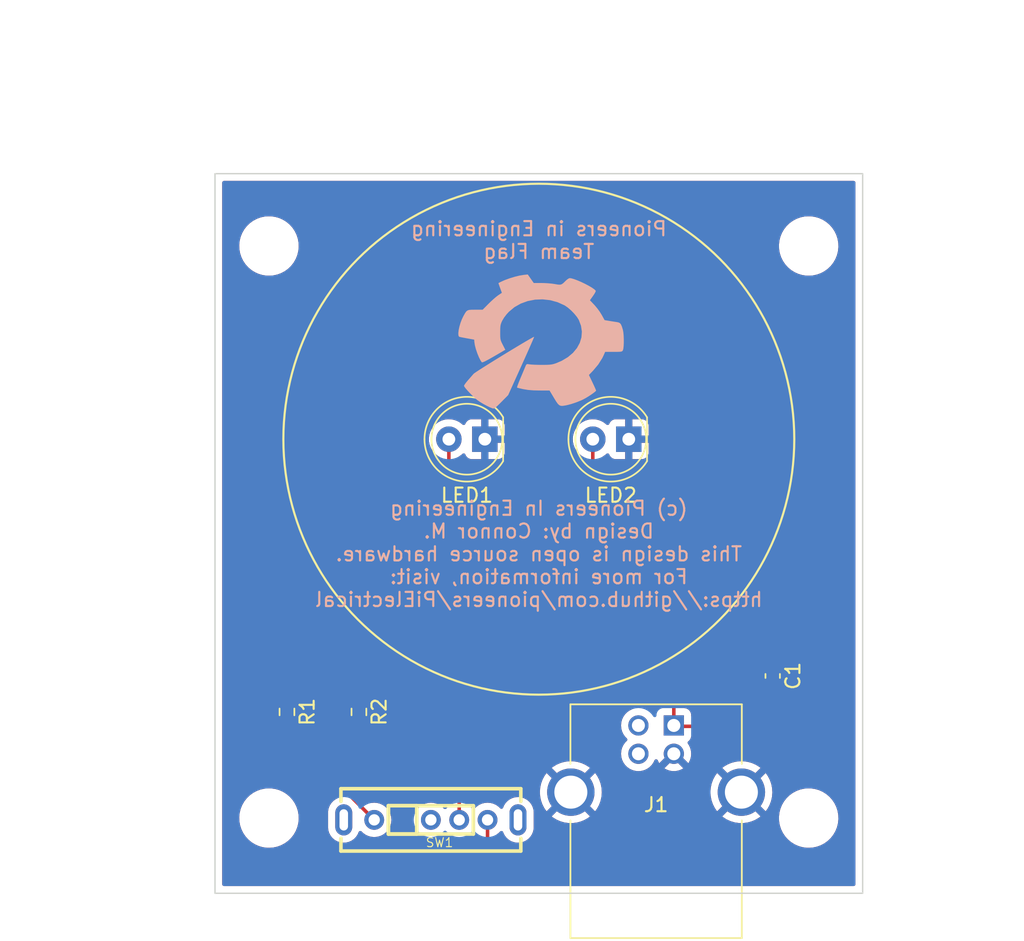
<source format=kicad_pcb>
(kicad_pcb (version 20211014) (generator pcbnew)
  (layers (0 "F.Cu" signal) (31 "B.Cu" signal) (34 "B.Paste" user) (35 "F.Paste" user) (36 "B.SilkS" user "B.Silkscreen") (37 "F.SilkS" user "F.Silkscreen") (38 "B.Mask" user) (39 "F.Mask" user) (44 "Edge.Cuts" user))
  (net 0 "")
  (net 1 "Net-(C1-Pad2)")
  (net 4 "Net-(LED1-Pad2)")
  (net 5 "Net-(LED2-Pad2)")
  (net 6 "Net-(R1-Pad2)")
  (net 7 "Net-(R2-Pad2)")
  (net 9 "GND")
  (footprint "Capacitor_SMD:C_0603_1608Metric" (layer "F.Cu") (at 179.07 116.84 -90)
    (fp_text reference "C1" (at 0 -1.43 90) (layer "F.SilkS"))
    (fp_text value ".1uF")
    (fp_line (start -0.14058 0.51) (end 0.14058 0.51) (layer "F.SilkS") (width 0.12))
    (fp_line (start -0.14058 -0.51) (end 0.14058 -0.51) (layer "F.SilkS") (width 0.12))
    (pad "1" smd roundrect (at -0.775 0 270) (size 0.9 0.95) (layers "F.Cu" "F.Paste" "F.Mask") (net 9 "GND"))
    (pad "2" smd roundrect (at 0.775 0 270) (size 0.9 0.95) (layers "F.Cu" "F.Paste" "F.Mask") (net 1 "Net-(C1-Pad2)"))
  )
  (footprint "PiE Footprints:screw_hole_.125" (layer "F.Cu") (at 181.61 86.487)
    (fp_text reference "REF**" hide)
    (fp_text value "screw_hole_.125" hide)
    (pad "" np_thru_hole circle (at 0 0) (size 3.175 3.175) (drill 3.175) (layers F&B.Cu *.Mask))
  )
  (footprint "LED_THT:LED_D5.0mm" (layer "F.Cu") (at 168.91 100.1268 180)
    (fp_text reference "LED2" (at 1.27 -3.96) (layer "F.SilkS"))
    (fp_text value "BLU")
    (fp_line (start -1.29 -1.545) (end -1.29 1.545) (layer "F.SilkS") (width 0.12))
    (fp_arc (start 4.26 -0.000462) (mid 2.072002 2.880433) (end -1.29 1.54483) (layer "F.SilkS") (width 0.12))
    (fp_arc (start -1.29 -1.54483) (mid 2.072002 -2.880433) (end 4.26 0.000462) (layer "F.SilkS") (width 0.12))
    (fp_circle (center 1.27 0) (end 3.77 0) (layer "F.SilkS") (width 0.12) (fill none))
    (pad "1" thru_hole rect (at 0 0 180) (size 1.8 1.8) (drill 0.9) (layers *.Cu *.Mask) (net 9 "GND"))
    (pad "2" thru_hole circle (at 2.54 0 180) (size 1.8 1.8) (drill 0.9) (layers *.Cu *.Mask) (net 5 "Net-(LED2-Pad2)"))
  )
  (footprint "PiE Footprints:screw_hole_.125" (layer "F.Cu") (at 143.51 86.487)
    (fp_text reference "REF**" hide)
    (fp_text value "screw_hole_.125" hide)
    (pad "" np_thru_hole circle (at 0 0) (size 3.175 3.175) (drill 3.175) (layers F&B.Cu *.Mask))
  )
  (footprint "Resistor_SMD:R_0603_1608Metric" (layer "F.Cu") (at 144.78 119.38 -90)
    (fp_text reference "R1" (at 0 -1.43 90) (layer "F.SilkS"))
    (fp_text value "145")
    (fp_line (start -0.237258 -0.5225) (end 0.237258 -0.5225) (layer "F.SilkS") (width 0.12))
    (fp_line (start -0.237258 0.5225) (end 0.237258 0.5225) (layer "F.SilkS") (width 0.12))
    (pad "1" smd roundrect (at -0.825 0 270) (size 0.8 0.95) (layers "F.Cu" "F.Paste" "F.Mask") (net 4 "Net-(LED1-Pad2)"))
    (pad "2" smd roundrect (at 0.825 0 270) (size 0.8 0.95) (layers "F.Cu" "F.Paste" "F.Mask") (net 6 "Net-(R1-Pad2)"))
  )
  (footprint "PiE Footprints:XKB Connectivity SS13D75L3" (layer "F.Cu") (at 154.94 127)
    (fp_text reference "SW1" (at 0.6096 1.6002 unlocked) (layer "F.SilkS") (effects (font (size 0.635 0.635) (thickness 0.0762))))
    (fp_text value "SW_SP3T")
    (fp_line (start -3 1) (end -3 -1) (layer "F.SilkS") (width 0.254))
    (fp_line (start 3 1) (end -3 1) (layer "F.SilkS") (width 0.254))
    (fp_line (start -1 -1) (end -1 1) (layer "F.SilkS") (width 0.254))
    (fp_line (start -6.35 -2.2) (end -6.35 -1.307) (layer "F.SilkS") (width 0.254))
    (fp_line (start -3 -1) (end -1 -1) (layer "F.SilkS") (width 0.254))
    (fp_line (start 6.35 1.307) (end 6.35 2.2) (layer "F.SilkS") (width 0.254))
    (fp_line (start 3 -1) (end 3 1) (layer "F.SilkS") (width 0.254))
    (fp_line (start -3 -1) (end 3 -1) (layer "F.SilkS") (width 0.254))
    (fp_line (start -6.35 2.2) (end 6.35 2.2) (layer "F.SilkS") (width 0.254))
    (fp_line (start -6.35 -2.2) (end 6.35 -2.2) (layer "F.SilkS") (width 0.254))
    (fp_line (start -1 1) (end -3 1) (layer "F.SilkS") (width 0.254))
    (fp_line (start -3 1) (end -3 -1) (layer "F.SilkS") (width 0.254))
    (fp_line (start 6.35 -2.2) (end 6.35 -1.307) (layer "F.SilkS") (width 0.254))
    (fp_line (start -6.35 1.307) (end -6.35 2.2) (layer "F.SilkS") (width 0.254))
    (pad "1" thru_hole circle (at -4 0) (size 1.4 1.4) (drill 0.8) (layers *.Cu *.Mask) (net 6 "Net-(R1-Pad2)"))
    (pad "2" thru_hole circle (at 0 0) (size 1.4 1.4) (drill 0.8) (layers *.Cu *.Mask))
    (pad "3" thru_hole circle (at 2 0) (size 1.4 1.4) (drill 0.8) (layers *.Cu *.Mask) (net 1 "Net-(C1-Pad2)"))
    (pad "4" thru_hole circle (at 4 0) (size 1.4 1.4) (drill 0.8) (layers *.Cu *.Mask) (net 7 "Net-(R2-Pad2)"))
    (pad "5" thru_hole oval (at 6.15 0) (size 1.2 2.2) (drill oval 0.6 1.5) (layers *.Cu *.Mask))
    (pad "6" thru_hole oval (at -6.15 0) (size 1.2 2.2) (drill oval 0.6 1.5) (layers *.Cu *.Mask))
  )
  (footprint "PiE Footprints:screw_hole_.125" (layer "F.Cu") (at 181.61 126.873)
    (fp_text reference "REF**" hide)
    (fp_text value "screw_hole_.125" hide)
    (pad "" np_thru_hole circle (at 0 0) (size 3.175 3.175) (drill 3.175) (layers F&B.Cu *.Mask))
  )
  (footprint "LED_THT:LED_D5.0mm" (layer "F.Cu") (at 158.75 100.1268 180)
    (fp_text reference "LED1" (at 1.27 -3.96) (layer "F.SilkS"))
    (fp_text value "YEL")
    (fp_line (start -1.29 -1.545) (end -1.29 1.545) (layer "F.SilkS") (width 0.12))
    (fp_arc (start 4.26 -0.000462) (mid 2.072002 2.880433) (end -1.29 1.54483) (layer "F.SilkS") (width 0.12))
    (fp_arc (start -1.29 -1.54483) (mid 2.072002 -2.880433) (end 4.26 0.000462) (layer "F.SilkS") (width 0.12))
    (fp_circle (center 1.27 0) (end 3.77 0) (layer "F.SilkS") (width 0.12) (fill none))
    (pad "1" thru_hole rect (at 0 0 180) (size 1.8 1.8) (drill 0.9) (layers *.Cu *.Mask) (net 9 "GND"))
    (pad "2" thru_hole circle (at 2.54 0 180) (size 1.8 1.8) (drill 0.9) (layers *.Cu *.Mask) (net 4 "Net-(LED1-Pad2)"))
  )
  (footprint "PiE Footprints:screw_hole_.125" (layer "F.Cu") (at 143.51 126.873)
    (fp_text reference "REF**" hide)
    (fp_text value "screw_hole_.125" hide)
    (pad "" np_thru_hole circle (at 0 0) (size 3.175 3.175) (drill 3.175) (layers F&B.Cu *.Mask))
  )
  (footprint "Resistor_SMD:R_0603_1608Metric" (layer "F.Cu") (at 149.86 119.38 -90)
    (fp_text reference "R2" (at 0 -1.43 90) (layer "F.SilkS"))
    (fp_text value "90")
    (fp_line (start -0.237258 0.5225) (end 0.237258 0.5225) (layer "F.SilkS") (width 0.12))
    (fp_line (start -0.237258 -0.5225) (end 0.237258 -0.5225) (layer "F.SilkS") (width 0.12))
    (pad "1" smd roundrect (at -0.825 0 270) (size 0.8 0.95) (layers "F.Cu" "F.Paste" "F.Mask") (net 5 "Net-(LED2-Pad2)"))
    (pad "2" smd roundrect (at 0.825 0 270) (size 0.8 0.95) (layers "F.Cu" "F.Paste" "F.Mask") (net 7 "Net-(R2-Pad2)"))
  )
  (footprint "PiE_Footprints:OST_USB-B1HSB6" (layer "F.Cu") (at 170.8404 125.0442)
    (fp_text reference "J1" (at 0 0.889) (layer "F.SilkS") (effects (font (size 1.000386 1.000386))))
    (fp_text value "USB_B")
    (fp_line (start 6.05 10.3) (end -6.05 10.3) (layer "F.SilkS") (width 0.127))
    (fp_line (start 6.05 -6.2) (end 6.05 -2) (layer "F.SilkS") (width 0.127))
    (fp_line (start -6.05 -6.2) (end 6.05 -6.2) (layer "F.SilkS") (width 0.127))
    (fp_line (start 6.05 2) (end 6.05 10.3) (layer "F.SilkS") (width 0.127))
    (fp_line (start -6.05 -2) (end -6.05 -6.2) (layer "F.SilkS") (width 0.127))
    (fp_line (start -6.05 10.3) (end -6.05 2) (layer "F.SilkS") (width 0.127))
    (pad "1" thru_hole rect (at 1.25 -4.71) (size 1.428 1.428) (drill 0.92) (layers *.Cu *.Mask) (net 1 "Net-(C1-Pad2)"))
    (pad "2" thru_hole circle (at -1.25 -4.71) (size 1.428 1.428) (drill 0.92) (layers *.Cu *.Mask))
    (pad "3" thru_hole circle (at -1.25 -2.71) (size 1.428 1.428) (drill 0.92) (layers *.Cu *.Mask))
    (pad "4" thru_hole circle (at 1.25 -2.71) (size 1.428 1.428) (drill 0.92) (layers *.Cu *.Mask) (net 9 "GND"))
    (pad "P1" thru_hole circle (at -6.02 0) (size 3.346 3.346) (drill 2.33) (layers *.Cu *.Mask) (net 9 "GND"))
    (pad "P2" thru_hole circle (at 6.02 0) (size 3.346 3.346) (drill 2.33) (layers *.Cu *.Mask) (net 9 "GND"))
  )
  (footprint "PiE_Footprints:PiE Logo" (layer "B.Cu") (at 162.5854 93.218 180)
    (fp_text reference "G***" hide)
    (fp_text value "LOGO" hide)
    (fp_poly (pts (xy 0.402227 0.302787) (xy 0.524586 0.238123) (xy 0.711426 0.132603) (xy 0.952983 -0.007805) (xy 1.239493 -0.177132) (xy 1.561192 -0.369412) (xy 1.908317 -0.578675) (xy 2.271103 -0.798955) (xy 2.639786 -1.024282) (xy 3.004604 -1.24869) (xy 3.355791 -1.466211) (xy 3.683584 -1.670876) (xy 3.978219 -1.856717) (xy 4.229933 -2.017767) (xy 4.428961 -2.148058) (xy 4.565539 -2.241622) (xy 4.629905 -2.292491) (xy 4.630573 -2.293244) (xy 4.732914 -2.410856) (xy 4.872574 -2.570926) (xy 5.021485 -2.741288) (xy 5.03985 -2.762274) (xy 5.164689 -2.913327) (xy 5.2586 -3.042984) (xy 5.305616 -3.128671) (xy 5.308203 -3.141721) (xy 5.274005 -3.213214) (xy 5.181603 -3.335183) (xy 5.046283 -3.491446) (xy 4.883333 -3.66582) (xy 4.708039 -3.842122) (xy 4.535687 -4.004171) (xy 4.381566 -4.135784) (xy 4.336427 -4.170433) (xy 4.152174 -4.294718) (xy 3.930303 -4.426936) (xy 3.698449 -4.552372) (xy 3.484249 -4.656313) (xy 3.315339 -4.724045) (xy 3.274219 -4.73595) (xy 3.215383 -4.739717) (xy 3.148203 -4.71556) (xy 3.059308 -4.653418) (xy 2.935324 -4.543232) (xy 2.76288 -4.374945) (xy 2.668914 -4.280613) (xy 2.187633 -3.795117) (xy 1.261894 -1.746018) (xy 1.072143 -1.324786) (xy 0.896259 -0.931968) (xy 0.738229 -0.576644) (xy 0.602041 -0.267892) (xy 0.491684 -0.014792) (xy 0.411146 0.173577) (xy 0.364413 0.288137) (xy 0.354113 0.320628)) (layer "B.SilkS") (width 0) (fill solid))
    (fp_poly (pts (xy 1.109898 4.6886) (xy 1.393869 4.6411) (xy 1.730134 4.55832) (xy 2.082922 4.450674) (xy 2.416457 4.328581) (xy 2.567285 4.264258) (xy 2.721776 4.192168) (xy 2.832855 4.136318) (xy 2.877281 4.108417) (xy 2.877344 4.108072) (xy 2.8617 4.057236) (xy 2.820492 3.938018) (xy 2.762302 3.775194) (xy 2.756224 3.758419) (xy 2.635105 3.424495) (xy 2.89265 3.252583) (xy 3.034215 3.145585) (xy 3.217798 2.989197) (xy 3.417405 2.806266) (xy 3.57078 2.656547) (xy 3.991364 2.232422) (xy 4.518071 2.232422) (xy 4.765859 2.2311) (xy 4.937858 2.218735) (xy 5.057485 2.182725) (xy 5.148158 2.110469) (xy 5.233294 1.989366) (xy 5.336312 1.806816) (xy 5.347814 1.785937) (xy 5.460493 1.552164) (xy 5.556555 1.297347) (xy 5.632405 1.039326) (xy 5.684449 0.795942) (xy 5.709093 0.585034) (xy 5.702742 0.424441) (xy 5.661802 0.332004) (xy 5.643066 0.320538) (xy 5.570164 0.302221) (xy 5.423604 0.271852) (xy 5.227494 0.23428) (xy 5.084961 0.208307) (xy 4.588867 0.119689) (xy 4.575834 -0.051776) (xy 4.539192 -0.282203) (xy 4.466661 -0.55688) (xy 4.369109 -0.845899) (xy 4.257405 -1.119352) (xy 4.142417 -1.34733) (xy 4.06007 -1.471089) (xy 4.030922 -1.483558) (xy 3.973557 -1.473385) (xy 3.879344 -1.436185) (xy 3.739654 -1.367576) (xy 3.545857 -1.263175) (xy 3.289324 -1.118598) (xy 2.961424 -0.929462) (xy 2.741926 -0.801582) (xy 2.389987 -0.596039) (xy 2.571654 -0.241705) (xy 2.652925 -0.078408) (xy 2.705386 0.050424) (xy 2.735261 0.17519) (xy 2.748775 0.326285) (xy 2.752155 0.534108) (xy 2.752065 0.639224) (xy 2.749049 0.884794) (xy 2.737867 1.060917) (xy 2.713235 1.197322) (xy 2.669872 1.323739) (xy 2.605633 1.463476) (xy 2.47479 1.680877) (xy 2.290779 1.918903) (xy 2.1356 2.087758) (xy 1.743181 2.41399) (xy 1.296347 2.666202) (xy 0.80837 2.842915) (xy 0.292528 2.942652) (xy -0.237906 2.963934) (xy -0.769657 2.905282) (xy -1.28945 2.765218) (xy -1.784009 2.542264) (xy -1.810742 2.527267) (xy -2.026018 2.378773) (xy -2.258397 2.17577) (xy -2.48204 1.944854) (xy -2.671109 1.712618) (xy -2.796118 1.513086) (xy -2.952379 1.098639) (xy -3.013414 0.685062) (xy -2.98301 0.279571) (xy -2.864958 -0.110614) (xy -2.663044 -0.478278) (xy -2.381059 -0.816202) (xy -2.02279 -1.117169) (xy -1.592027 -1.373963) (xy -1.190625 -1.545331) (xy -1.041052 -1.594664) (xy -0.898161 -1.628004) (xy -0.736613 -1.648328) (xy -0.531071 -1.658614) (xy -0.256194 -1.661837) (xy -0.198438 -1.661897) (xy 0.070743 -1.659056) (xy 0.323559 -1.651283) (xy 0.533422 -1.639727) (xy 0.67374 -1.625537) (xy 0.684272 -1.623778) (xy 0.818368 -1.604294) (xy 0.891692 -1.621738) (xy 0.941037 -1.695008) (xy 0.974022 -1.772606) (xy 1.021836 -1.887809) (xy 1.098466 -2.071029) (xy 1.194113 -2.298887) (xy 1.298974 -2.548006) (xy 1.320483 -2.59902) (xy 1.415974 -2.831028) (xy 1.493019 -3.029071) (xy 1.545306 -3.176051) (xy 1.566526 -3.254869) (xy 1.565573 -3.263072) (xy 1.509086 -3.28358) (xy 1.378744 -3.317658) (xy 1.197976 -3.359389) (xy 1.105348 -3.379314) (xy 0.781133 -3.43192) (xy 0.40559 -3.462118) (xy -0.030859 -3.471804) (xy -0.731445 -3.472656) (xy -1.049879 -4.005957) (xy -1.195723 -4.244798) (xy -1.311386 -4.408331) (xy -1.415846 -4.507435) (xy -1.528081 -4.552987) (xy -1.667068 -4.555864) (xy -1.851786 -4.526944) (xy -1.931358 -4.511201) (xy -2.255977 -4.428648) (xy -2.615064 -4.309526) (xy -2.959596 -4.170876) (xy -3.100586 -4.10479) (xy -3.272227 -4.012115) (xy -3.461621 -3.898077) (xy -3.649532 -3.775843) (xy -3.816726 -3.658581) (xy -3.943966 -3.559458) (xy -4.012016 -3.491643) (xy -4.018359 -3.476526) (xy -3.998091 -3.418174) (xy -3.942949 -3.289734) (xy -3.86143 -3.110359) (xy -3.765145 -2.905717) (xy -3.51193 -2.375636) (xy -3.808372 -2.066922) (xy -4.171325 -1.634894) (xy -4.457855 -1.178698) (xy -4.554107 -0.979785) (xy -4.657702 -0.744141) (xy -5.254059 -0.744141) (xy -5.506609 -0.743122) (xy -5.678215 -0.737997) (xy -5.787146 -0.72566) (xy -5.851672 -0.703007) (xy -5.890061 -0.666933) (xy -5.910903 -0.63252) (xy -5.942094 -0.520166) (xy -5.962822 -0.334478) (xy -5.973133 -0.100778) (xy -5.973075 0.155609) (xy -5.962695 0.409356) (xy -5.94204 0.635141) (xy -5.911157 0.807637) (xy -5.908196 0.818555) (xy -5.838478 1.04696) (xy -5.773246 1.196888) (xy -5.697373 1.287122) (xy -5.595733 1.336444) (xy -5.47121 1.36117) (xy -5.285019 1.388846) (xy -5.062215 1.423871) (xy -4.925598 1.446251) (xy -4.617407 1.497816) (xy -4.414644 1.86726) (xy -4.278162 2.086057) (xy -4.1033 2.325699) (xy -3.924434 2.539571) (xy -3.89755 2.568485) (xy -3.583219 2.900266) (xy -3.804379 3.210194) (xy -3.905875 3.363753) (xy -3.974022 3.489232) (xy -3.99661 3.563525) (xy -3.994614 3.570162) (xy -3.901525 3.665064) (xy -3.734327 3.783201) (xy -3.512574 3.915071) (xy -3.255819 4.051175) (xy -2.983617 4.182011) (xy -2.715521 4.29808) (xy -2.471085 4.389881) (xy -2.269864 4.447914) (xy -2.155674 4.463624) (xy -2.066542 4.43029) (xy -1.944827 4.343188) (xy -1.858017 4.262479) (xy -1.713387 4.119374) (xy -1.598602 4.034784) (xy -1.482388 3.999577) (xy -1.333471 4.004621) (xy -1.120575 4.040786) (xy -1.107361 4.043311) (xy -0.885097 4.075415) (xy -0.607485 4.100536) (xy -0.318331 4.115208) (xy -0.168419 4.117569) (xy 0.382499 4.117578) (xy 0.805929 4.721218)) (layer "B.SilkS") (width 0) (fill solid))
  )
  (gr_circle (center 162.56 100.1268) (end 180.594 100.1268) (layer "F.SilkS") (width 0.15) (fill none))
  (gr_rect (start 139.7 81.3816) (end 185.42 132.1816) (layer "Edge.Cuts") (width 0.1) (fill none))
  (gr_text "(c) Pioneers In Engineering\nDesign by: Connor M.\nThis design is open source hardware.\nFor more information, visit:\nhttps://github.com/pioneers/PiElectrical" (at 162.56 108.2294) (layer "B.SilkS") (effects (font (size 1 1)) (justify mirror)))
  (gr_text "Pioneers in Engineering\nTeam Flag\n" (at 162.56 86.0806) (layer "B.SilkS") (effects (font (size 1 1)) (justify mirror)))
  (segment (start 166.68 121.285) (end 160.655 121.285) (width 0.25) (layer "F.Cu") (net 1))
  (segment (start 168.275 118.3386) (end 166.68 119.9336) (width 0.25) (layer "F.Cu") (net 1))
  (segment (start 160.655 121.285) (end 156.94 125) (width 0.25) (layer "F.Cu") (net 1))
  (segment (start 166.68 119.9336) (end 166.68 121.285) (width 0.25) (layer "F.Cu") (net 1))
  (segment (start 172.0904 119.0298) (end 171.3992 118.3386) (width 0.25) (layer "F.Cu") (net 1))
  (segment (start 171.3992 118.3386) (end 168.275 118.3386) (width 0.25) (layer "F.Cu") (net 1))
  (segment (start 172.1522 120.396) (end 172.0904 120.3342) (width 0.25) (layer "F.Cu") (net 1))
  (segment (start 176.289 120.396) (end 172.1522 120.396) (width 0.25) (layer "F.Cu") (net 1))
  (segment (start 156.94 125) (end 156.94 127) (width 0.25) (layer "F.Cu") (net 1))
  (segment (start 179.07 117.615) (end 176.289 120.396) (width 0.25) (layer "F.Cu") (net 1))
  (segment (start 172.0904 120.3342) (end 172.0904 119.0298) (width 0.25) (layer "F.Cu") (net 1))
  (segment (start 156.21 107.125) (end 156.1531 107.1819) (width 0.25) (layer "F.Cu") (net 4))
  (segment (start 144.78 118.555) (end 156.1531 107.1819) (width 0.25) (layer "F.Cu") (net 4))
  (segment (start 156.21 100.1268) (end 156.21 107.125) (width 0.25) (layer "F.Cu") (net 4))
  (segment (start 149.86 118.555) (end 153.1742 118.555) (width 0.25) (layer "F.Cu") (net 5))
  (segment (start 166.37 105.3592) (end 166.37 100.1268) (width 0.25) (layer "F.Cu") (net 5))
  (segment (start 153.1742 118.555) (end 166.37 105.3592) (width 0.25) (layer "F.Cu") (net 5))
  (segment (start 144.78 120.84) (end 150.94 127) (width 0.25) (layer "F.Cu") (net 6))
  (segment (start 144.78 120.205) (end 144.78 120.84) (width 0.25) (layer "F.Cu") (net 6))
  (segment (start 153.0858 128.2954) (end 153.9494 129.159) (width 0.25) (layer "F.Cu") (net 7))
  (segment (start 158.94 128.715) (end 158.94 127) (width 0.25) (layer "F.Cu") (net 7))
  (segment (start 158.496 129.159) (end 158.94 128.715) (width 0.25) (layer "F.Cu") (net 7))
  (segment (start 149.86 120.205) (end 153.0858 123.4308) (width 0.25) (layer "F.Cu") (net 7))
  (segment (start 153.0858 123.4308) (end 153.0858 128.2954) (width 0.25) (layer "F.Cu") (net 7))
  (segment (start 153.9494 129.159) (end 158.496 129.159) (width 0.25) (layer "F.Cu") (net 7))
  (zone (net 9) (net_name "GND") (layer "F.Cu") (priority 1) (connect_pads (clearance 0.508)) (min_thickness 0.254) (fill yes (thermal_gap 0.508) (thermal_bridge_width 0.508))
    (polygon (pts (xy 185.42 132.207) (xy 139.7 132.207) (xy 139.7 81.407) (xy 185.42 81.407)))
  )
  (zone (net 9) (net_name "GND") (layer "B.Cu") (priority 1) (connect_pads (clearance 0.508)) (min_thickness 0.254) (fill yes (thermal_gap 0.508) (thermal_bridge_width 0.508))
    (polygon (pts (xy 185.42 132.207) (xy 139.7 132.207) (xy 139.7 81.407) (xy 185.42 81.407)))
  )
)
</source>
